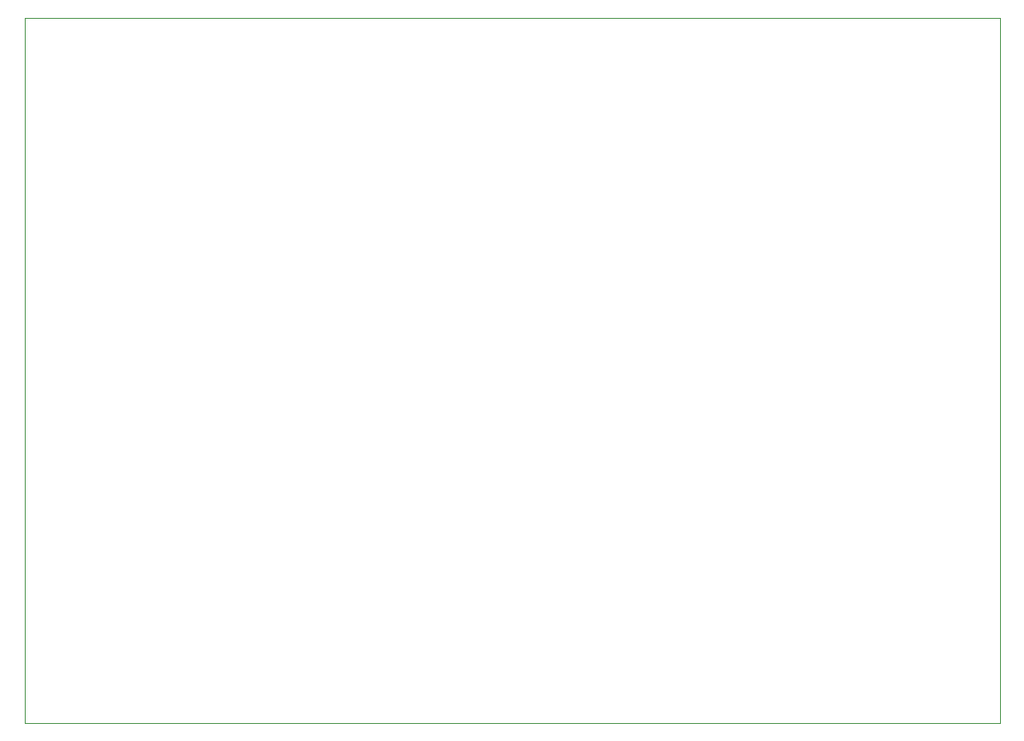
<source format=gbr>
G04*
G04 #@! TF.GenerationSoftware,Altium Limited,Altium Designer,24.8.2 (39)*
G04*
G04 Layer_Color=0*
%FSLAX25Y25*%
%MOIN*%
G70*
G04*
G04 #@! TF.SameCoordinates,F580BFCB-8435-4B95-B66A-8E6D2DB6F108*
G04*
G04*
G04 #@! TF.FilePolarity,Positive*
G04*
G01*
G75*
%ADD113C,0.00100*%
D113*
X95000Y215000D02*
X95000Y490200D01*
X475000D01*
X475000Y215000D01*
X95000D01*
M02*

</source>
